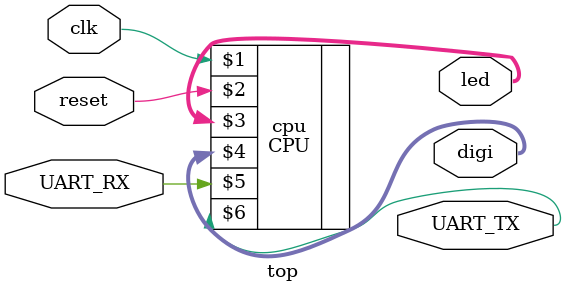
<source format=v>
`timescale 1ns / 1ps
module top(clk,reset,led,digi,UART_RX,UART_TX);
input clk;
input reset;
output [7:0] led;
output [11:0] digi;
input UART_RX;
output UART_TX;
//wire clk_div;
//watchmaker ww(clk,clk_div);
CPU cpu(clk,reset,led,digi,UART_RX,UART_TX);
endmodule

</source>
